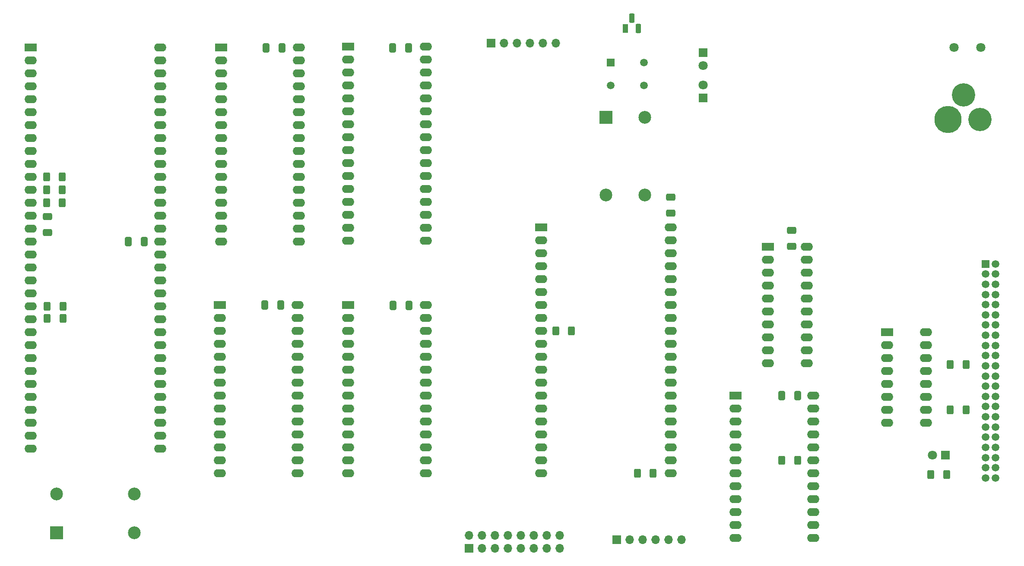
<source format=gbs>
%TF.GenerationSoftware,KiCad,Pcbnew,6.0.1+dfsg-1~bpo11+1*%
%TF.CreationDate,2022-02-08T06:28:31-06:00*%
%TF.ProjectId,raven68k-rev1,72617665-6e36-4386-9b2d-726576312e6b,rev?*%
%TF.SameCoordinates,Original*%
%TF.FileFunction,Soldermask,Bot*%
%TF.FilePolarity,Negative*%
%FSLAX46Y46*%
G04 Gerber Fmt 4.6, Leading zero omitted, Abs format (unit mm)*
G04 Created by KiCad (PCBNEW 6.0.1+dfsg-1~bpo11+1) date 2022-02-08 06:28:31*
%MOMM*%
%LPD*%
G01*
G04 APERTURE LIST*
G04 Aperture macros list*
%AMRoundRect*
0 Rectangle with rounded corners*
0 $1 Rounding radius*
0 $2 $3 $4 $5 $6 $7 $8 $9 X,Y pos of 4 corners*
0 Add a 4 corners polygon primitive as box body*
4,1,4,$2,$3,$4,$5,$6,$7,$8,$9,$2,$3,0*
0 Add four circle primitives for the rounded corners*
1,1,$1+$1,$2,$3*
1,1,$1+$1,$4,$5*
1,1,$1+$1,$6,$7*
1,1,$1+$1,$8,$9*
0 Add four rect primitives between the rounded corners*
20,1,$1+$1,$2,$3,$4,$5,0*
20,1,$1+$1,$4,$5,$6,$7,0*
20,1,$1+$1,$6,$7,$8,$9,0*
20,1,$1+$1,$8,$9,$2,$3,0*%
G04 Aperture macros list end*
%ADD10R,1.700000X1.700000*%
%ADD11O,1.700000X1.700000*%
%ADD12R,2.400000X1.600000*%
%ADD13O,2.400000X1.600000*%
%ADD14R,2.500000X2.500000*%
%ADD15C,2.500000*%
%ADD16R,1.500000X1.500000*%
%ADD17C,1.500000*%
%ADD18R,1.800000X1.800000*%
%ADD19C,1.800000*%
%ADD20C,5.340000*%
%ADD21C,4.575000*%
%ADD22R,1.100000X1.800000*%
%ADD23RoundRect,0.275000X-0.275000X-0.625000X0.275000X-0.625000X0.275000X0.625000X-0.275000X0.625000X0*%
%ADD24RoundRect,0.250000X0.650000X-0.412500X0.650000X0.412500X-0.650000X0.412500X-0.650000X-0.412500X0*%
%ADD25RoundRect,0.250000X-0.412500X-0.650000X0.412500X-0.650000X0.412500X0.650000X-0.412500X0.650000X0*%
%ADD26RoundRect,0.250000X0.412500X0.650000X-0.412500X0.650000X-0.412500X-0.650000X0.412500X-0.650000X0*%
%ADD27RoundRect,0.250000X0.400000X0.625000X-0.400000X0.625000X-0.400000X-0.625000X0.400000X-0.625000X0*%
%ADD28RoundRect,0.250000X-0.400000X-0.625000X0.400000X-0.625000X0.400000X0.625000X-0.400000X0.625000X0*%
G04 APERTURE END LIST*
D10*
%TO.C,J1*%
X136271000Y-45148500D03*
D11*
X138811000Y-45148500D03*
X141351000Y-45148500D03*
X143891000Y-45148500D03*
X146431000Y-45148500D03*
X148971000Y-45148500D03*
%TD*%
D12*
%TO.C,U4*%
X146050000Y-81285000D03*
D13*
X146050000Y-83825000D03*
X146050000Y-86365000D03*
X146050000Y-88905000D03*
X146050000Y-91445000D03*
X146050000Y-93985000D03*
X146050000Y-96525000D03*
X146050000Y-99065000D03*
X146050000Y-101605000D03*
X146050000Y-104145000D03*
X146050000Y-106685000D03*
X146050000Y-109225000D03*
X146050000Y-111765000D03*
X146050000Y-114305000D03*
X146050000Y-116845000D03*
X146050000Y-119385000D03*
X146050000Y-121925000D03*
X146050000Y-124465000D03*
X146050000Y-127005000D03*
X146050000Y-129545000D03*
X171450000Y-129545000D03*
X171450000Y-127005000D03*
X171450000Y-124465000D03*
X171450000Y-121925000D03*
X171450000Y-119385000D03*
X171450000Y-116845000D03*
X171450000Y-114305000D03*
X171450000Y-111765000D03*
X171450000Y-109225000D03*
X171450000Y-106685000D03*
X171450000Y-104145000D03*
X171450000Y-101605000D03*
X171450000Y-99065000D03*
X171450000Y-96525000D03*
X171450000Y-93985000D03*
X171450000Y-91445000D03*
X171450000Y-88905000D03*
X171450000Y-86365000D03*
X171450000Y-83825000D03*
X171450000Y-81285000D03*
%TD*%
D12*
%TO.C,U2*%
X45974000Y-45969000D03*
D13*
X45974000Y-48509000D03*
X45974000Y-51049000D03*
X45974000Y-53589000D03*
X45974000Y-56129000D03*
X45974000Y-58669000D03*
X45974000Y-61209000D03*
X45974000Y-63749000D03*
X45974000Y-66289000D03*
X45974000Y-68829000D03*
X45974000Y-71369000D03*
X45974000Y-73909000D03*
X45974000Y-76449000D03*
X45974000Y-78989000D03*
X45974000Y-81529000D03*
X45974000Y-84069000D03*
X45974000Y-86609000D03*
X45974000Y-89149000D03*
X45974000Y-91689000D03*
X45974000Y-94229000D03*
X45974000Y-96769000D03*
X45974000Y-99309000D03*
X45974000Y-101849000D03*
X45974000Y-104389000D03*
X45974000Y-106929000D03*
X45974000Y-109469000D03*
X45974000Y-112009000D03*
X45974000Y-114549000D03*
X45974000Y-117089000D03*
X45974000Y-119629000D03*
X45974000Y-122169000D03*
X45974000Y-124709000D03*
X71374000Y-124709000D03*
X71374000Y-122169000D03*
X71374000Y-119629000D03*
X71374000Y-117089000D03*
X71374000Y-114549000D03*
X71374000Y-112009000D03*
X71374000Y-109469000D03*
X71374000Y-106929000D03*
X71374000Y-104389000D03*
X71374000Y-101849000D03*
X71374000Y-99309000D03*
X71374000Y-96769000D03*
X71374000Y-94229000D03*
X71374000Y-91689000D03*
X71374000Y-89149000D03*
X71374000Y-86609000D03*
X71374000Y-84069000D03*
X71374000Y-81529000D03*
X71374000Y-78989000D03*
X71374000Y-76449000D03*
X71374000Y-73909000D03*
X71374000Y-71369000D03*
X71374000Y-68829000D03*
X71374000Y-66289000D03*
X71374000Y-63749000D03*
X71374000Y-61209000D03*
X71374000Y-58669000D03*
X71374000Y-56129000D03*
X71374000Y-53589000D03*
X71374000Y-51049000D03*
X71374000Y-48509000D03*
X71374000Y-45969000D03*
%TD*%
D12*
%TO.C,U5*%
X190510000Y-85095000D03*
D13*
X190510000Y-87635000D03*
X190510000Y-90175000D03*
X190510000Y-92715000D03*
X190510000Y-95255000D03*
X190510000Y-97795000D03*
X190510000Y-100335000D03*
X190510000Y-102875000D03*
X190510000Y-105415000D03*
X190510000Y-107955000D03*
X198130000Y-107955000D03*
X198130000Y-105415000D03*
X198130000Y-102875000D03*
X198130000Y-100335000D03*
X198130000Y-97795000D03*
X198130000Y-95255000D03*
X198130000Y-92715000D03*
X198130000Y-90175000D03*
X198130000Y-87635000D03*
X198130000Y-85095000D03*
%TD*%
D10*
%TO.C,U6*%
X160909000Y-142621000D03*
D11*
X163449000Y-142621000D03*
X165989000Y-142621000D03*
X168529000Y-142621000D03*
X171069000Y-142621000D03*
X173609000Y-142621000D03*
%TD*%
D14*
%TO.C,X2*%
X158750000Y-59690000D03*
D15*
X158750000Y-74930000D03*
X166370000Y-74930000D03*
X166370000Y-59690000D03*
%TD*%
D12*
%TO.C,U10*%
X108199000Y-96505000D03*
D13*
X108199000Y-99045000D03*
X108199000Y-101585000D03*
X108199000Y-104125000D03*
X108199000Y-106665000D03*
X108199000Y-109205000D03*
X108199000Y-111745000D03*
X108199000Y-114285000D03*
X108199000Y-116825000D03*
X108199000Y-119365000D03*
X108199000Y-121905000D03*
X108199000Y-124445000D03*
X108199000Y-126985000D03*
X108199000Y-129525000D03*
X123439000Y-129525000D03*
X123439000Y-126985000D03*
X123439000Y-124445000D03*
X123439000Y-121905000D03*
X123439000Y-119365000D03*
X123439000Y-116825000D03*
X123439000Y-114285000D03*
X123439000Y-111745000D03*
X123439000Y-109205000D03*
X123439000Y-106665000D03*
X123439000Y-104125000D03*
X123439000Y-101585000D03*
X123439000Y-99045000D03*
X123439000Y-96505000D03*
%TD*%
D12*
%TO.C,U11*%
X83053000Y-96505000D03*
D13*
X83053000Y-99045000D03*
X83053000Y-101585000D03*
X83053000Y-104125000D03*
X83053000Y-106665000D03*
X83053000Y-109205000D03*
X83053000Y-111745000D03*
X83053000Y-114285000D03*
X83053000Y-116825000D03*
X83053000Y-119365000D03*
X83053000Y-121905000D03*
X83053000Y-124445000D03*
X83053000Y-126985000D03*
X83053000Y-129525000D03*
X98293000Y-129525000D03*
X98293000Y-126985000D03*
X98293000Y-124445000D03*
X98293000Y-121905000D03*
X98293000Y-119365000D03*
X98293000Y-116825000D03*
X98293000Y-114285000D03*
X98293000Y-111745000D03*
X98293000Y-109205000D03*
X98293000Y-106665000D03*
X98293000Y-104125000D03*
X98293000Y-101585000D03*
X98293000Y-99045000D03*
X98293000Y-96505000D03*
%TD*%
D12*
%TO.C,U9*%
X108199000Y-45847000D03*
D13*
X108199000Y-48387000D03*
X108199000Y-50927000D03*
X108199000Y-53467000D03*
X108199000Y-56007000D03*
X108199000Y-58547000D03*
X108199000Y-61087000D03*
X108199000Y-63627000D03*
X108199000Y-66167000D03*
X108199000Y-68707000D03*
X108199000Y-71247000D03*
X108199000Y-73787000D03*
X108199000Y-76327000D03*
X108199000Y-78867000D03*
X108199000Y-81407000D03*
X108199000Y-83947000D03*
X123439000Y-83947000D03*
X123439000Y-81407000D03*
X123439000Y-78867000D03*
X123439000Y-76327000D03*
X123439000Y-73787000D03*
X123439000Y-71247000D03*
X123439000Y-68707000D03*
X123439000Y-66167000D03*
X123439000Y-63627000D03*
X123439000Y-61087000D03*
X123439000Y-58547000D03*
X123439000Y-56007000D03*
X123439000Y-53467000D03*
X123439000Y-50927000D03*
X123439000Y-48387000D03*
X123439000Y-45847000D03*
%TD*%
D12*
%TO.C,U8*%
X83307000Y-45974000D03*
D13*
X83307000Y-48514000D03*
X83307000Y-51054000D03*
X83307000Y-53594000D03*
X83307000Y-56134000D03*
X83307000Y-58674000D03*
X83307000Y-61214000D03*
X83307000Y-63754000D03*
X83307000Y-66294000D03*
X83307000Y-68834000D03*
X83307000Y-71374000D03*
X83307000Y-73914000D03*
X83307000Y-76454000D03*
X83307000Y-78994000D03*
X83307000Y-81534000D03*
X83307000Y-84074000D03*
X98547000Y-84074000D03*
X98547000Y-81534000D03*
X98547000Y-78994000D03*
X98547000Y-76454000D03*
X98547000Y-73914000D03*
X98547000Y-71374000D03*
X98547000Y-68834000D03*
X98547000Y-66294000D03*
X98547000Y-63754000D03*
X98547000Y-61214000D03*
X98547000Y-58674000D03*
X98547000Y-56134000D03*
X98547000Y-53594000D03*
X98547000Y-51054000D03*
X98547000Y-48514000D03*
X98547000Y-45974000D03*
%TD*%
D12*
%TO.C,U7*%
X184145000Y-114295000D03*
D13*
X184145000Y-116835000D03*
X184145000Y-119375000D03*
X184145000Y-121915000D03*
X184145000Y-124455000D03*
X184145000Y-126995000D03*
X184145000Y-129535000D03*
X184145000Y-132075000D03*
X184145000Y-134615000D03*
X184145000Y-137155000D03*
X184145000Y-139695000D03*
X184145000Y-142235000D03*
X199385000Y-142235000D03*
X199385000Y-139695000D03*
X199385000Y-137155000D03*
X199385000Y-134615000D03*
X199385000Y-132075000D03*
X199385000Y-129535000D03*
X199385000Y-126995000D03*
X199385000Y-124455000D03*
X199385000Y-121915000D03*
X199385000Y-119375000D03*
X199385000Y-116835000D03*
X199385000Y-114295000D03*
%TD*%
D14*
%TO.C,X1*%
X51054000Y-141224000D03*
D15*
X66294000Y-141224000D03*
X66294000Y-133604000D03*
X51054000Y-133604000D03*
%TD*%
D10*
%TO.C,J2*%
X131953000Y-144272000D03*
D11*
X131953000Y-141732000D03*
X134493000Y-144272000D03*
X134493000Y-141732000D03*
X137033000Y-144272000D03*
X137033000Y-141732000D03*
X139573000Y-144272000D03*
X139573000Y-141732000D03*
X142113000Y-144272000D03*
X142113000Y-141732000D03*
X144653000Y-144272000D03*
X144653000Y-141732000D03*
X147193000Y-144272000D03*
X147193000Y-141732000D03*
X149733000Y-144272000D03*
X149733000Y-141732000D03*
%TD*%
D16*
%TO.C,H1*%
X233188000Y-88474000D03*
D17*
X235188000Y-88474000D03*
X233188000Y-90474000D03*
X235188000Y-90474000D03*
X233188000Y-92474000D03*
X235188000Y-92474000D03*
X233188000Y-94474000D03*
X235188000Y-94474000D03*
X233188000Y-96474000D03*
X235188000Y-96474000D03*
X233188000Y-98474000D03*
X235188000Y-98474000D03*
X233188000Y-100474000D03*
X235188000Y-100474000D03*
X233188000Y-102474000D03*
X235188000Y-102474000D03*
X233188000Y-104474000D03*
X235188000Y-104474000D03*
X233188000Y-106474000D03*
X235188000Y-106474000D03*
X233188000Y-108474000D03*
X235188000Y-108474000D03*
X233188000Y-110474000D03*
X235188000Y-110474000D03*
X233188000Y-112474000D03*
X235188000Y-112474000D03*
X233188000Y-114474000D03*
X235188000Y-114474000D03*
X233188000Y-116474000D03*
X235188000Y-116474000D03*
X233188000Y-118474000D03*
X235188000Y-118474000D03*
X233188000Y-120474000D03*
X235188000Y-120474000D03*
X233188000Y-122474000D03*
X235188000Y-122474000D03*
X233188000Y-124474000D03*
X235188000Y-124474000D03*
X233188000Y-126474000D03*
X235188000Y-126474000D03*
X233188000Y-128474000D03*
X235188000Y-128474000D03*
X233188000Y-130474000D03*
X235188000Y-130474000D03*
%TD*%
D12*
%TO.C,RN1*%
X213878000Y-101844000D03*
D13*
X213878000Y-104384000D03*
X213878000Y-106924000D03*
X213878000Y-109464000D03*
X213878000Y-112004000D03*
X213878000Y-114544000D03*
X213878000Y-117084000D03*
X213878000Y-119624000D03*
X221498000Y-119624000D03*
X221498000Y-117084000D03*
X221498000Y-114544000D03*
X221498000Y-112004000D03*
X221498000Y-109464000D03*
X221498000Y-106924000D03*
X221498000Y-104384000D03*
X221498000Y-101844000D03*
%TD*%
D18*
%TO.C,D3*%
X177800000Y-55880000D03*
D19*
X177800000Y-53340000D03*
%TD*%
D18*
%TO.C,D4*%
X177800000Y-46990000D03*
D19*
X177800000Y-49530000D03*
%TD*%
D18*
%TO.C,D5*%
X225298000Y-125984000D03*
D19*
X222758000Y-125984000D03*
%TD*%
D20*
%TO.C,J3*%
X225859000Y-60095000D03*
D21*
X228859000Y-55295000D03*
X232109000Y-60095000D03*
%TD*%
D19*
%TO.C,S2*%
X232283000Y-45974000D03*
X226983000Y-45974000D03*
%TD*%
D22*
%TO.C,U1*%
X162560000Y-42310000D03*
D23*
X163830000Y-40240000D03*
X165100000Y-42310000D03*
%TD*%
D16*
%TO.C,SW1*%
X159691000Y-48931000D03*
D17*
X166191000Y-48931000D03*
X159691000Y-53431000D03*
X166191000Y-53431000D03*
%TD*%
D24*
%TO.C,C1*%
X49276000Y-79209500D03*
X49276000Y-82334500D03*
%TD*%
D25*
%TO.C,C2*%
X65112500Y-84074000D03*
X68237500Y-84074000D03*
%TD*%
D24*
%TO.C,C5*%
X171450000Y-78524500D03*
X171450000Y-75399500D03*
%TD*%
%TO.C,C6*%
X195199000Y-85001500D03*
X195199000Y-81876500D03*
%TD*%
D26*
%TO.C,C7*%
X196380500Y-114300000D03*
X193255500Y-114300000D03*
%TD*%
%TO.C,C8*%
X95288500Y-46101000D03*
X92163500Y-46101000D03*
%TD*%
%TO.C,C9*%
X120053500Y-46101000D03*
X116928500Y-46101000D03*
%TD*%
%TO.C,C11*%
X120180500Y-96647000D03*
X117055500Y-96647000D03*
%TD*%
%TO.C,C10*%
X95034500Y-96520000D03*
X91909500Y-96520000D03*
%TD*%
D27*
%TO.C,R21*%
X225578000Y-129794000D03*
X222478000Y-129794000D03*
%TD*%
%TO.C,R4*%
X52350000Y-96774000D03*
X49250000Y-96774000D03*
%TD*%
%TO.C,R2*%
X52223000Y-71374000D03*
X49123000Y-71374000D03*
%TD*%
%TO.C,R1*%
X52223000Y-73914000D03*
X49123000Y-73914000D03*
%TD*%
D28*
%TO.C,R6*%
X148945000Y-101600000D03*
X152045000Y-101600000D03*
%TD*%
D27*
%TO.C,R8*%
X196368000Y-127000000D03*
X193268000Y-127000000D03*
%TD*%
%TO.C,R7*%
X168047000Y-129540000D03*
X164947000Y-129540000D03*
%TD*%
D28*
%TO.C,R10*%
X226288000Y-117094000D03*
X229388000Y-117094000D03*
%TD*%
D27*
%TO.C,R3*%
X52223000Y-76454000D03*
X49123000Y-76454000D03*
%TD*%
%TO.C,R5*%
X52350000Y-99187000D03*
X49250000Y-99187000D03*
%TD*%
%TO.C,R9*%
X229388000Y-108204000D03*
X226288000Y-108204000D03*
%TD*%
M02*

</source>
